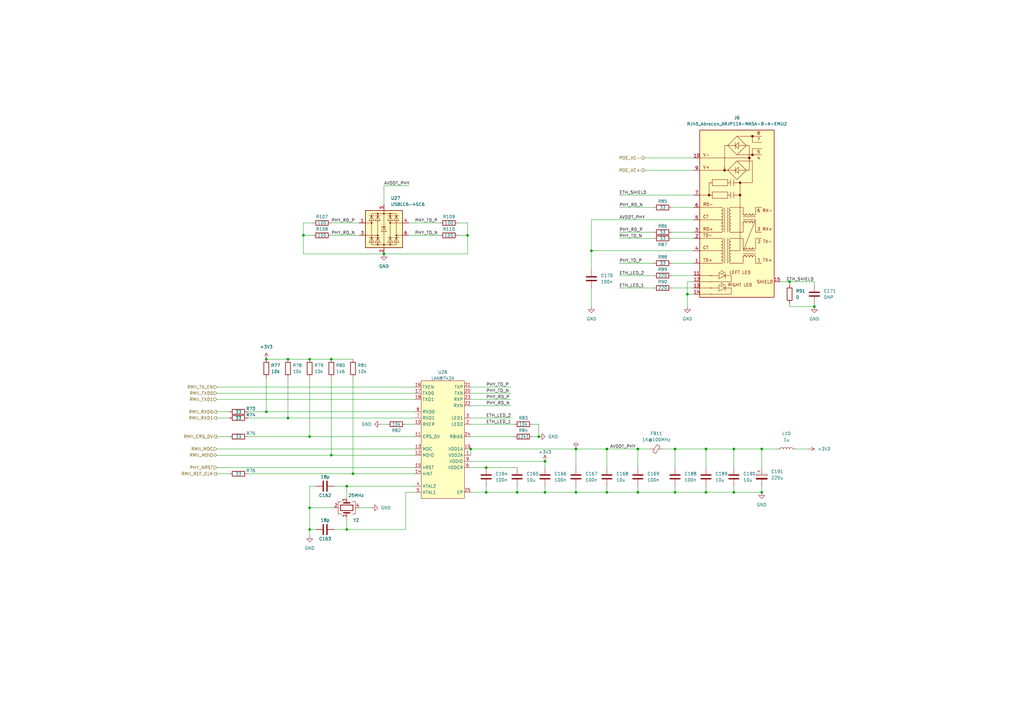
<source format=kicad_sch>
(kicad_sch (version 20211123) (generator eeschema)
  (paper "A3")
  (title_block (title "Kirdy") (date "2022-07-03") (rev "r0.1") (company "M-Labs") (comment 1 "Alex Wong Tat Hang"))
  (lib_symbols
    (symbol "Connector:RJ45_Abracon_ARJP11A-MASA-B-A-EMU2" (pin_names (offset 1.016) hide)
      (property "Reference" "J" (at 0 -38.1 0))
      (property "Value" "RJ45_Abracon_ARJP11A-MASA-B-A-EMU2" (at 0 -35.56 0))
      (symbol "RJ45_Abracon_ARJP11A-MASA-B-A-EMU2_0_0"
        (rectangle (start -15.24 -34.29) (end 15.24 34.29) (stroke (width 0.254)) (fill (type background)))
        (rectangle (start -3.81 8.89) (end -10.16 6.35))
        (polyline (pts (xy -15.24 -33.02) (xy -10.16 -33.02)))
        (polyline (pts (xy -15.24 -30.48) (xy -10.16 -30.48)))
        (polyline (pts (xy -15.24 -27.94) (xy -10.16 -27.94)))
        (polyline (pts (xy -15.24 -25.4) (xy -10.16 -25.4)))
        (polyline (pts (xy -15.24 -20.32) (xy -10.16 -20.32)))
        (polyline (pts (xy -15.24 -15.24) (xy -10.16 -15.24)))
        (polyline (pts (xy -15.24 -10.16) (xy -10.16 -10.16)))
        (polyline (pts (xy -15.24 -7.62) (xy -10.16 -7.62)))
        (polyline (pts (xy -15.24 -2.54) (xy -10.16 -2.54)))
        (polyline (pts (xy -15.24 2.54) (xy -10.16 2.54)))
        (polyline (pts (xy -15.24 22.86) (xy 5.08 22.86)))
        (polyline (pts (xy -11.43 7.62) (xy -15.24 7.62)))
        (polyline (pts (xy -11.176 -25.4) (xy -7.366 -25.4)))
        (polyline (pts (xy -10.16 7.62) (xy -11.43 7.62)))
        (polyline (pts (xy -5.08 17.78) (xy -15.24 17.78)))
        (polyline (pts (xy -5.08 17.78) (xy -3.81 17.78)))
        (polyline (pts (xy -5.08 19.05) (xy -5.08 17.78)))
        (polyline (pts (xy -3.81 7.62) (xy -2.54 7.62)))
        (polyline (pts (xy -3.81 12.7) (xy -2.54 12.7)))
        (polyline (pts (xy -2.54 8.89) (xy -2.54 6.35)))
        (polyline (pts (xy -1.27 8.89) (xy -1.27 6.35)))
        (polyline (pts (xy -1.27 13.97) (xy -1.27 11.43)))
        (polyline (pts (xy 0 21.59) (xy 6.35 21.59)))
        (polyline (pts (xy 0 24.13) (xy 10.16 24.13)))
        (polyline (pts (xy 0 31.75) (xy 10.16 31.75)))
        (polyline (pts (xy 1.27 10.16) (xy 1.27 12.7)))
        (polyline (pts (xy -10.16 12.7) (xy -11.43 12.7) (xy -11.43 7.62)))
        (polyline (pts (xy -3.81 27.94) (xy -5.08 27.94) (xy -5.08 17.78)))
        (polyline (pts (xy -1.27 12.7) (xy 0 12.7) (xy 1.27 12.7)))
        (polyline (pts (xy 1.27 12.7) (xy 6.35 12.7) (xy 6.35 21.59)))
        (polyline (pts (xy 6.35 24.13) (xy 6.35 26.67) (xy 10.16 26.67)))
        (polyline (pts (xy 6.35 31.75) (xy 6.35 29.21) (xy 10.16 29.21)))
        (polyline (pts (xy -4.826 -25.4) (xy -2.286 -25.4) (xy -2.286 -27.94) (xy -11.176 -27.94)))
        (polyline (pts (xy -2.54 -15.24) (xy -1.27 -15.24) (xy 1.27 -15.24) (xy 1.27 10.16)))
        (polyline (pts (xy 3.81 17.78) (xy 5.08 17.78) (xy 5.08 27.94) (xy 3.81 27.94)))
        (polyline (pts (xy -3.81 17.78) (xy 0 13.97) (xy 3.81 17.78) (xy 0 21.59) (xy -3.81 17.78)))
        (circle (center 1.27 7.62) (radius 0.0001) (stroke (width 0.508)))
        (text "1 TX+" (at 11.43 -19.05 0) (effects (font (size 1.27 1.27))))
        (text "2 TX-" (at 11.43 -11.43 0) (effects (font (size 1.27 1.27))))
        (text "3 RX+" (at 11.43 -6.35 0) (effects (font (size 1.27 1.27))))
        (text "4" (at 8.89 22.86 0) (effects (font (size 1.27 1.27))))
        (text "5" (at 8.89 25.4 0) (effects (font (size 1.27 1.27))))
        (text "6 RX-" (at 11.43 1.27 0) (effects (font (size 1.27 1.27))))
        (text "7" (at 8.89 30.48 0) (effects (font (size 1.27 1.27))))
        (text "8" (at 8.89 33.02 0) (effects (font (size 1.27 1.27))))
        (text "CT" (at -13.97 -1.27 0) (effects (font (size 1.27 1.27)) (justify left)))
        (text "LEFT LED" (at 1.27 -24.13 0) (effects (font (size 1.27 1.27))))
        (text "RD-" (at -13.97 3.81 0) (effects (font (size 1.27 1.27)) (justify left)))
        (text "SHIELD" (at 11.43 -27.94 0) (effects (font (size 1.27 1.27))))
        (text "V+" (at -13.97 19.05 0) (effects (font (size 1.27 1.27)) (justify left)))
        (text "V-" (at -13.97 24.13 0) (effects (font (size 1.27 1.27)) (justify left)))
      )
      (symbol "RJ45_Abracon_ARJP11A-MASA-B-A-EMU2_0_1"
        (arc (start -6.35 -16.51) (mid -5.715 -15.875) (end -6.35 -15.24))
        (arc (start -6.35 -15.24) (mid -5.715 -14.605) (end -6.35 -13.97))
        (arc (start -6.35 -13.97) (mid -6.35 -16.51) (end -6.35 -13.97))
        (arc (start -6.35 -11.43) (mid -5.715 -10.795) (end -6.35 -10.16))
        (polyline (pts (xy -6.35 -20.32) (xy -10.16 -20.32)))
        (polyline (pts (xy -6.35 -15.24) (xy -10.16 -15.24)))
        (polyline (pts (xy -6.35 -10.16) (xy -10.16 -10.16)))
        (polyline (pts (xy -6.35 -7.62) (xy -10.16 -7.62)))
        (polyline (pts (xy -6.35 -2.54) (xy -10.16 -2.54)))
        (polyline (pts (xy -6.35 2.54) (xy -10.16 2.54)))
        (polyline (pts (xy -6.096 -28.448) (xy -6.35 -28.448)))
        (polyline (pts (xy -5.334 -28.956) (xy -5.588 -28.956)))
        (polyline (pts (xy -4.826 -24.13) (xy -4.826 -26.67)))
        (polyline (pts (xy -1.27 7.62) (xy 1.27 7.62)))
        (polyline (pts (xy -0.635 17.78) (xy -3.81 17.78)))
        (polyline (pts (xy -0.635 19.05) (xy -0.635 16.51)))
        (polyline (pts (xy 0.635 17.78) (xy 3.81 17.78)))
        (polyline (pts (xy -6.604 -28.956) (xy -6.096 -28.448) (xy -6.096 -28.702)))
        (polyline (pts (xy -5.842 -29.464) (xy -5.334 -28.956) (xy -5.334 -29.21)))
        (polyline (pts (xy -7.366 -24.13) (xy -7.366 -26.67) (xy -4.826 -25.4) (xy -7.366 -24.13)))
        (polyline (pts (xy 0.635 19.05) (xy 0.635 16.51) (xy -0.635 17.78) (xy 0.635 19.05)))
      )
      (symbol "RJ45_Abracon_ARJP11A-MASA-B-A-EMU2_1_1"
        (circle (center -11.43 7.62) (radius 0.0001) (stroke (width 0.508)))
        (arc (start -6.35 -20.32) (mid -5.715 -19.685) (end -6.35 -19.05))
        (arc (start -6.35 -19.05) (mid -5.715 -18.415) (end -6.35 -17.78))
        (arc (start -6.35 -17.78) (mid -6.35 -20.32) (end -6.35 -17.78))
        (arc (start -6.35 -17.78) (mid -5.715 -17.145) (end -6.35 -16.51))
        (arc (start -6.35 -13.97) (mid -5.715 -13.335) (end -6.35 -12.7))
        (arc (start -6.35 -12.7) (mid -5.715 -12.065) (end -6.35 -11.43))
        (arc (start -6.35 -7.62) (mid -5.715 -6.985) (end -6.35 -6.35))
        (arc (start -6.35 -6.35) (mid -5.715 -5.715) (end -6.35 -5.08))
        (arc (start -6.35 -5.08) (mid -6.35 -7.62) (end -6.35 -5.08))
        (arc (start -6.35 -5.08) (mid -5.715 -4.445) (end -6.35 -3.81))
        (arc (start -6.35 -3.81) (mid -6.35 -6.35) (end -6.35 -3.81))
        (arc (start -6.35 -3.81) (mid -5.715 -3.175) (end -6.35 -2.54))
        (arc (start -6.35 -2.54) (mid -5.715 -1.905) (end -6.35 -1.27))
        (arc (start -6.35 -1.27) (mid -5.715 -0.635) (end -6.35 0))
        (arc (start -6.35 0) (mid -5.715 0.635) (end -6.35 1.27))
        (arc (start -6.35 1.27) (mid -6.35 -1.27) (end -6.35 1.27))
        (arc (start -6.35 1.27) (mid -5.715 1.905) (end -6.35 2.54))
        (circle (center -5.08 17.78) (radius 0.0001) (stroke (width 0.508)))
        (rectangle (start -3.81 13.97) (end -10.16 11.43))
        (arc (start -2.54 -19.05) (mid -3.175 -19.685) (end -2.54 -20.32))
        (arc (start -2.54 -19.05) (mid -2.54 -16.51) (end -2.54 -19.05))
        (arc (start -2.54 -17.78) (mid -3.175 -18.415) (end -2.54 -19.05))
        (arc (start -2.54 -16.51) (mid -3.175 -17.145) (end -2.54 -17.78))
        (arc (start -2.54 -15.24) (mid -3.175 -15.875) (end -2.54 -16.51))
        (arc (start -2.54 -15.24) (mid -2.54 -12.7) (end -2.54 -15.24))
        (arc (start -2.54 -13.97) (mid -3.175 -14.605) (end -2.54 -15.24))
        (arc (start -2.54 -12.7) (mid -3.175 -13.335) (end -2.54 -13.97))
        (arc (start -2.54 -11.43) (mid -3.175 -12.065) (end -2.54 -12.7))
        (arc (start -2.54 -10.16) (mid -3.175 -10.795) (end -2.54 -11.43))
        (arc (start -2.54 -6.35) (mid -3.175 -6.985) (end -2.54 -7.62))
        (arc (start -2.54 -6.35) (mid -2.54 -3.81) (end -2.54 -6.35))
        (arc (start -2.54 -5.08) (mid -3.175 -5.715) (end -2.54 -6.35))
        (arc (start -2.54 -3.81) (mid -3.175 -4.445) (end -2.54 -5.08))
        (arc (start -2.54 -3.81) (mid -2.54 -1.27) (end -2.54 -3.81))
        (arc (start -2.54 -2.54) (mid -3.175 -3.175) (end -2.54 -3.81))
        (arc (start -2.54 -1.27) (mid -3.175 -1.905) (end -2.54 -2.54))
        (arc (start -2.54 0) (mid -3.175 -0.635) (end -2.54 -1.27))
        (arc (start -2.54 0) (mid -2.54 2.54) (end -2.54 0))
        (arc (start -2.54 1.27) (mid -3.175 0.635) (end -2.54 0))
        (arc (start -2.54 2.54) (mid -3.175 1.905) (end -2.54 1.27))
        (polyline (pts (xy -11.176 -30.48) (xy -7.366 -30.48)))
        (polyline (pts (xy -6.096 -23.368) (xy -6.35 -23.368)))
        (polyline (pts (xy -5.334 -23.876) (xy -5.588 -23.876)))
        (polyline (pts (xy -5.08 -10.16) (xy -5.08 -20.32)))
        (polyline (pts (xy -5.08 2.54) (xy -5.08 -7.62)))
        (polyline (pts (xy -4.826 -29.21) (xy -4.826 -31.75)))
        (polyline (pts (xy -3.81 -20.32) (xy -3.81 -10.16)))
        (polyline (pts (xy -3.81 -7.62) (xy -3.81 2.54)))
        (polyline (pts (xy -2.54 13.97) (xy -2.54 11.43)))
        (polyline (pts (xy -0.635 27.94) (xy -3.81 27.94)))
        (polyline (pts (xy -0.635 29.21) (xy -0.635 26.67)))
        (polyline (pts (xy 0.635 27.94) (xy 3.81 27.94)))
        (polyline (pts (xy 2.54 -16.51) (xy 7.62 -16.51)))
        (polyline (pts (xy 2.54 -15.24) (xy 7.62 -2.54)))
        (polyline (pts (xy 2.54 -2.54) (xy 7.62 -2.54)))
        (polyline (pts (xy 7.62 -15.24) (xy 2.54 -15.24)))
        (polyline (pts (xy 7.62 -1.27) (xy 2.54 -1.27)))
        (polyline (pts (xy -6.604 -23.876) (xy -6.096 -23.368) (xy -6.096 -23.622)))
        (polyline (pts (xy -5.842 -24.384) (xy -5.334 -23.876) (xy -5.334 -24.13)))
        (polyline (pts (xy -2.54 -10.16) (xy 2.54 -10.16) (xy 2.54 -13.97)))
        (polyline (pts (xy -2.54 -7.62) (xy 2.54 -7.62) (xy 2.54 -3.81)))
        (polyline (pts (xy -2.54 2.54) (xy 2.54 2.54) (xy 2.54 0)))
        (polyline (pts (xy 2.54 -17.78) (xy 2.54 -20.32) (xy -2.54 -20.32)))
        (polyline (pts (xy 7.62 -17.78) (xy 7.62 -20.32) (xy 10.16 -20.32)))
        (polyline (pts (xy 7.62 -13.97) (xy 7.62 -10.16) (xy 10.16 -10.16)))
        (polyline (pts (xy 7.62 -3.81) (xy 7.62 -7.62) (xy 10.16 -7.62)))
        (polyline (pts (xy 7.62 0) (xy 7.62 2.54) (xy 10.16 2.54)))
        (polyline (pts (xy -7.366 -29.21) (xy -7.366 -31.75) (xy -4.826 -30.48) (xy -7.366 -29.21)))
        (polyline (pts (xy -4.826 -30.48) (xy -2.286 -30.48) (xy -2.286 -33.02) (xy -11.176 -33.02)))
        (polyline (pts (xy 0.635 29.21) (xy 0.635 26.67) (xy -0.635 27.94) (xy 0.635 29.21)))
        (polyline (pts (xy -3.81 27.94) (xy 0 24.13) (xy 3.81 27.94) (xy 0 31.75) (xy -3.81 27.94)))
        (circle (center 1.27 12.7) (radius 0.0001) (stroke (width 0.508)))
        (arc (start 2.54 -17.78) (mid 5.08 -17.78) (end 2.54 -17.78))
        (arc (start 2.54 -13.97) (mid 3.175 -14.605) (end 3.81 -13.97))
        (arc (start 2.54 -13.97) (mid 3.175 -14.605) (end 3.81 -13.97))
        (arc (start 2.54 -3.81) (mid 5.08 -3.81) (end 2.54 -3.81))
        (arc (start 2.54 0) (mid 3.175 -0.635) (end 3.81 0))
        (arc (start 2.54 0) (mid 3.175 -0.635) (end 3.81 0))
        (arc (start 3.81 -17.78) (mid 3.175 -17.145) (end 2.54 -17.78))
        (arc (start 3.81 -17.78) (mid 3.175 -17.145) (end 2.54 -17.78))
        (arc (start 3.81 -13.97) (mid 1.27 -13.97) (end 3.81 -13.97))
        (arc (start 3.81 -13.97) (mid 4.445 -14.605) (end 5.08 -13.97))
        (arc (start 3.81 -3.81) (mid 3.175 -3.175) (end 2.54 -3.81))
        (arc (start 3.81 -3.81) (mid 3.175 -3.175) (end 2.54 -3.81))
        (arc (start 3.81 0) (mid 1.27 0) (end 3.81 0))
        (arc (start 3.81 0) (mid 4.445 -0.635) (end 5.08 0))
        (arc (start 5.08 -17.78) (mid 4.445 -17.145) (end 3.81 -17.78))
        (arc (start 5.08 -17.78) (mid 7.62 -17.78) (end 5.08 -17.78))
        (arc (start 5.08 -13.97) (mid 5.715 -14.605) (end 6.35 -13.97))
        (arc (start 5.08 -13.97) (mid 5.715 -14.605) (end 6.35 -13.97))
        (arc (start 5.08 -3.81) (mid 4.445 -3.175) (end 3.81 -3.81))
        (arc (start 5.08 -3.81) (mid 7.62 -3.81) (end 5.08 -3.81))
        (arc (start 5.08 0) (mid 5.715 -0.635) (end 6.35 0))
        (arc (start 5.08 0) (mid 5.715 -0.635) (end 6.35 0))
        (circle (center 5.08 22.86) (radius 0.0001) (stroke (width 0.508)))
        (circle (center 5.08 22.86) (radius 0.0001) (stroke (width 0.508)))
        (arc (start 6.35 -17.78) (mid 5.715 -17.145) (end 5.08 -17.78))
        (arc (start 6.35 -17.78) (mid 5.715 -17.145) (end 5.08 -17.78))
        (arc (start 6.35 -13.97) (mid 3.81 -13.97) (end 6.35 -13.97))
        (arc (start 6.35 -13.97) (mid 6.985 -14.605) (end 7.62 -13.97))
        (arc (start 6.35 -3.81) (mid 5.715 -3.175) (end 5.08 -3.81))
        (arc (start 6.35 -3.81) (mid 5.715 -3.175) (end 5.08 -3.81))
        (arc (start 6.35 0) (mid 3.81 0) (end 6.35 0))
        (arc (start 6.35 0) (mid 6.985 -0.635) (end 7.62 0))
        (circle (center 6.35 24.13) (radius 0.0001) (stroke (width 0.508)))
        (circle (center 6.35 31.75) (radius 0.0001) (stroke (width 0.508)))
        (arc (start 7.62 -17.78) (mid 6.985 -17.145) (end 6.35 -17.78))
        (arc (start 7.62 -3.81) (mid 6.985 -3.175) (end 6.35 -3.81))
        (text "CT" (at -13.97 -13.97 0) (effects (font (size 1.27 1.27)) (justify left)))
        (text "RD+" (at -13.97 -6.35 0) (effects (font (size 1.27 1.27)) (justify left)))
        (text "RIGHT LED" (at 1.27 -29.21 0) (effects (font (size 1.27 1.27))))
        (text "TD+" (at -13.97 -19.05 0) (effects (font (size 1.27 1.27)) (justify left)))
        (text "TD-" (at -13.97 -8.89 0) (effects (font (size 1.27 1.27)) (justify left)))
        (pin passive line (at -17.78 -20.32 0) (length 2.54) (name "TD+") (number "1"))
        (pin power_out line (at -17.78 22.86 0) (length 2.54) (name "V-") (number "10"))
        (pin passive line (at -17.78 -25.4 0) (length 2.54) (name "LLED+") (number "11"))
        (pin passive line (at -17.78 -27.94 0) (length 2.54) (name "LLED-") (number "12"))
        (pin passive line (at -17.78 -30.48 0) (length 2.54) (name "RLED+") (number "13"))
        (pin passive line (at -17.78 -33.02 0) (length 2.54) (name "RLED-") (number "14"))
        (pin passive line (at 17.78 -27.94 180) (length 2.54) (name "SHIELD") (number "15"))
        (pin passive line (at -17.78 -10.16 0) (length 2.54) (name "TD-") (number "2"))
        (pin passive line (at -17.78 -7.62 0) (length 2.54) (name "RD+") (number "3"))
        (pin passive line (at -17.78 -15.24 0) (length 2.54) (name "CT") (number "4"))
        (pin passive line (at -17.78 -2.54 0) (length 2.54) (name "CT") (number "5"))
        (pin passive line (at -17.78 2.54 0) (length 2.54) (name "RD-") (number "6"))
        (pin passive line (at -17.78 7.62 0) (length 2.54) (name "7") (number "7"))
        (pin power_out line (at -17.78 17.78 0) (length 2.54) (name "V+") (number "9"))
      )
    )
    (symbol "Device:C" (pin_numbers hide) (pin_names (offset 0.254))
      (property "Reference" "C" (at 0.635 2.54 0))
      (property "Value" "C" (at 0.635 -2.54 0))
      (symbol "C_0_1"
        (polyline (pts (xy -2.032 -0.762) (xy 2.032 -0.762)) (stroke (width 0.508)))
        (polyline (pts (xy -2.032 0.762) (xy 2.032 0.762)) (stroke (width 0.508)))
      )
      (symbol "C_1_1"
        (pin passive line (at 0 3.81 270) (length 2.794) (name "~") (number "1"))
        (pin passive line (at 0 -3.81 90) (length 2.794) (name "~") (number "2"))
      )
    )
    (symbol "Device:C_Polarized" (pin_numbers hide) (pin_names (offset 0.254))
      (property "Reference" "C" (at 0.635 2.54 0))
      (property "Value" "C_Polarized" (at 0.635 -2.54 0))
      (symbol "C_Polarized_0_1"
        (rectangle (start -2.286 0.508) (end 2.286 1.016))
        (polyline (pts (xy -1.778 2.286) (xy -0.762 2.286)))
        (polyline (pts (xy -1.27 2.794) (xy -1.27 1.778)))
        (rectangle (start 2.286 -0.508) (end -2.286 -1.016) (fill (type outline)))
      )
      (symbol "C_Polarized_1_1"
        (pin passive line (at 0 3.81 270) (length 2.794) (name "~") (number "1"))
        (pin passive line (at 0 -3.81 90) (length 2.794) (name "~") (number "2"))
      )
    )
    (symbol "Device:Crystal_GND24" (pin_names (offset 1.016) hide)
      (property "Reference" "Y" (at 3.175 5.08 0))
      (property "Value" "Crystal_GND24" (at 3.175 3.175 0))
      (symbol "Crystal_GND24_0_1"
        (rectangle (start -1.143 2.54) (end 1.143 -2.54) (stroke (width 0.3048)))
        (polyline (pts (xy -2.54 0) (xy -2.032 0)))
        (polyline (pts (xy -2.032 -1.27) (xy -2.032 1.27)) (stroke (width 0.508)))
        (polyline (pts (xy 0 -3.81) (xy 0 -3.556)))
        (polyline (pts (xy 0 3.556) (xy 0 3.81)))
        (polyline (pts (xy 2.032 -1.27) (xy 2.032 1.27)) (stroke (width 0.508)))
        (polyline (pts (xy 2.032 0) (xy 2.54 0)))
        (polyline (pts (xy -2.54 -2.286) (xy -2.54 -3.556) (xy 2.54 -3.556) (xy 2.54 -2.286)))
        (polyline (pts (xy -2.54 2.286) (xy -2.54 3.556) (xy 2.54 3.556) (xy 2.54 2.286)))
      )
      (symbol "Crystal_GND24_1_1"
        (pin passive line (at -3.81 0 0) (length 1.27) (name "1") (number "1"))
        (pin passive line (at 0 5.08 270) (length 1.27) (name "2") (number "2"))
        (pin passive line (at 3.81 0 180) (length 1.27) (name "3") (number "3"))
        (pin passive line (at 0 -5.08 90) (length 1.27) (name "4") (number "4"))
      )
    )
    (symbol "Device:FerriteBead_Small" (pin_numbers hide) (pin_names (offset 0))
      (property "Reference" "FB" (at 1.905 1.27 0))
      (property "Value" "FerriteBead_Small" (at 1.905 -1.27 0))
      (symbol "FerriteBead_Small_0_1"
        (polyline (pts (xy 0 -1.27) (xy 0 -0.7874)))
        (polyline (pts (xy 0 0.889) (xy 0 1.2954)))
        (polyline (pts (xy -1.8288 0.2794) (xy -1.1176 1.4986) (xy 1.8288 -0.2032) (xy 1.1176 -1.4224) (xy -1.8288 0.2794)))
      )
      (symbol "FerriteBead_Small_1_1"
        (pin passive line (at 0 2.54 270) (length 1.27) (name "~") (number "1"))
        (pin passive line (at 0 -2.54 90) (length 1.27) (name "~") (number "2"))
      )
    )
    (symbol "Device:L" (pin_numbers hide) (pin_names (offset 1.016) hide)
      (property "Reference" "L" (at -1.27 0 90))
      (property "Value" "L" (at 1.905 0 90))
      (symbol "L_0_1"
        (arc (start 0 -2.54) (mid 0.635 -1.905) (end 0 -1.27))
        (arc (start 0 -1.27) (mid 0.635 -0.635) (end 0 0))
        (arc (start 0 0) (mid 0.635 0.635) (end 0 1.27))
        (arc (start 0 1.27) (mid 0.635 1.905) (end 0 2.54))
      )
      (symbol "L_1_1"
        (pin passive line (at 0 3.81 270) (length 1.27) (name "1") (number "1"))
        (pin passive line (at 0 -3.81 90) (length 1.27) (name "2") (number "2"))
      )
    )
    (symbol "Device:R" (pin_numbers hide) (pin_names (offset 0))
      (property "Reference" "R" (at 2.032 0 90))
      (property "Value" "R" (at 0 0 90))
      (symbol "R_0_1"
        (rectangle (start -1.016 -2.54) (end 1.016 2.54) (stroke (width 0.254)))
      )
      (symbol "R_1_1"
        (pin passive line (at 0 3.81 270) (length 1.27) (name "~") (number "1"))
        (pin passive line (at 0 -3.81 90) (length 1.27) (name "~") (number "2"))
      )
    )
    (symbol "Power_Protection:USBLC6-4SC6" (pin_names hide)
      (property "Reference" "U" (at 2.54 8.89 0))
      (property "Value" "USBLC6-4SC6" (at 2.54 -8.89 0))
      (symbol "USBLC6-4SC6_0_1"
        (rectangle (start -7.62 -7.62) (end 7.62 7.62) (stroke (width 0.254)) (fill (type background)))
        (circle (center -5.08 2.54) (radius 0.254) (fill (type outline)))
        (circle (center -2.54 -6.35) (radius 0.254) (fill (type outline)))
        (circle (center -2.54 -2.54) (radius 0.254) (fill (type outline)))
        (circle (center -2.54 6.35) (radius 0.254) (fill (type outline)))
        (rectangle (start -2.54 6.35) (end 2.54 -6.35))
        (circle (center 0 -6.35) (radius 0.254) (fill (type outline)))
        (polyline (pts (xy -5.08 2.54) (xy -7.62 2.54)))
        (polyline (pts (xy -4.064 -3.429) (xy -6.096 -3.429)))
        (polyline (pts (xy -4.064 5.461) (xy -6.096 5.461)))
        (polyline (pts (xy -2.54 -2.54) (xy -7.62 -2.54)))
        (polyline (pts (xy -1.524 -3.429) (xy -3.556 -3.429)))
        (polyline (pts (xy -1.524 5.461) (xy -3.556 5.461)))
        (polyline (pts (xy 0 -7.62) (xy 0 -6.35)))
        (polyline (pts (xy 0 -6.35) (xy 0 1.27)))
        (polyline (pts (xy 0 1.27) (xy 0 6.35)))
        (polyline (pts (xy 0 6.35) (xy 0 7.62)))
        (polyline (pts (xy 1.524 -3.429) (xy 3.556 -3.429)))
        (polyline (pts (xy 1.524 5.461) (xy 3.556 5.461)))
        (polyline (pts (xy 2.54 2.54) (xy 7.62 2.54)))
        (polyline (pts (xy 4.064 -3.429) (xy 6.096 -3.429)))
        (polyline (pts (xy 4.064 5.461) (xy 6.096 5.461)))
        (polyline (pts (xy 5.08 -2.54) (xy 7.62 -2.54)))
        (polyline (pts (xy -6.096 -5.461) (xy -4.064 -5.461) (xy -5.08 -3.429) (xy -6.096 -5.461)))
        (polyline (pts (xy -6.096 3.429) (xy -4.064 3.429) (xy -5.08 5.461) (xy -6.096 3.429)))
        (polyline (pts (xy -3.556 -5.461) (xy -1.524 -5.461) (xy -2.54 -3.429) (xy -3.556 -5.461)))
        (polyline (pts (xy -3.556 3.429) (xy -1.524 3.429) (xy -2.54 5.461) (xy -3.556 3.429)))
        (polyline (pts (xy -2.54 6.35) (xy -5.08 6.35) (xy -5.08 -6.35) (xy -2.54 -6.35)))
        (polyline (pts (xy -1.016 -1.016) (xy 1.016 -1.016) (xy 0 1.016) (xy -1.016 -1.016)))
        (polyline (pts (xy 1.016 1.016) (xy 0.762 1.016) (xy -1.016 1.016) (xy -1.016 0.508)))
        (polyline (pts (xy 2.54 6.35) (xy 5.08 6.35) (xy 5.08 -6.35) (xy 2.54 -6.35)))
        (polyline (pts (xy 3.556 -5.461) (xy 1.524 -5.461) (xy 2.54 -3.429) (xy 3.556 -5.461)))
        (polyline (pts (xy 3.556 3.429) (xy 1.524 3.429) (xy 2.54 5.461) (xy 3.556 3.429)))
        (polyline (pts (xy 6.096 -5.461) (xy 4.064 -5.461) (xy 5.08 -3.429) (xy 6.096 -5.461)))
        (polyline (pts (xy 6.096 3.429) (xy 4.064 3.429) (xy 5.08 5.461) (xy 6.096 3.429)))
        (circle (center 0 6.35) (radius 0.254) (fill (type outline)))
        (circle (center 2.54 -6.35) (radius 0.254) (fill (type outline)))
        (circle (center 2.54 2.54) (radius 0.254) (fill (type outline)))
        (circle (center 2.54 6.35) (radius 0.254) (fill (type outline)))
        (circle (center 5.08 -2.54) (radius 0.254) (fill (type outline)))
      )
      (symbol "USBLC6-4SC6_1_1"
        (pin passive line (at -10.16 2.54 0) (length 2.54) (name "I/O1") (number "1"))
        (pin passive line (at 0 -10.16 90) (length 2.54) (name "GND") (number "2"))
        (pin passive line (at -10.16 -2.54 0) (length 2.54) (name "I/O2") (number "3"))
        (pin passive line (at 10.16 2.54 180) (length 2.54) (name "I/O3") (number "4"))
        (pin passive line (at 0 10.16 270) (length 2.54) (name "VBUS") (number "5"))
        (pin passive line (at 10.16 -2.54 180) (length 2.54) (name "I/O4") (number "6"))
      )
    )
    (symbol "kirdy:LAN8742A"
      (property "Reference" "U" (at 0 -30.48 0))
      (property "Value" "LAN8742A" (at 0 -27.94 0))
      (symbol "LAN8742A_0_0"
        (pin power_in line (at 10.16 -7.62 180) (length 2.54) (name "VDD2A") (number "1"))
        (pin bidirectional line (at -12.7 5.08 0) (length 2.54) (name "RXER") (number "10"))
        (pin output line (at -12.7 0 0) (length 2.54) (name "CRS_DV") (number "11"))
        (pin bidirectional line (at -12.7 -7.62 0) (length 2.54) (name "MDIO") (number "12"))
        (pin input line (at -12.7 -5.08 0) (length 2.54) (name "MDC") (number "13"))
        (pin output line (at -12.7 -15.24 0) (length 2.54) (name "nINT") (number "14"))
        (pin input line (at -12.7 -12.7 0) (length 2.54) (name "nRST") (number "15"))
        (pin input line (at -12.7 20.32 0) (length 2.54) (name "TXEN") (number "16"))
        (pin input line (at -12.7 17.78 0) (length 2.54) (name "TXD0") (number "17"))
        (pin input line (at -12.7 15.24 0) (length 2.54) (name "TXD1") (number "18"))
        (pin power_in line (at 10.16 -5.08 180) (length 2.54) (name "VDD1A") (number "19"))
        (pin output line (at 10.16 5.08 180) (length 2.54) (name "LED2") (number "2"))
        (pin bidirectional line (at 10.16 17.78 180) (length 2.54) (name "TXN") (number "20"))
        (pin bidirectional line (at 10.16 20.32 180) (length 2.54) (name "TXP") (number "21"))
        (pin bidirectional line (at 10.16 12.7 180) (length 2.54) (name "RXN") (number "22"))
        (pin bidirectional line (at 10.16 15.24 180) (length 2.54) (name "RXP") (number "23"))
        (pin passive line (at 10.16 0 180) (length 2.54) (name "RBIAS") (number "24"))
        (pin power_in line (at 10.16 -22.86 180) (length 2.54) (name "EP") (number "25"))
        (pin output line (at 10.16 7.62 180) (length 2.54) (name "LED1") (number "3"))
        (pin input line (at -12.7 -20.32 0) (length 2.54) (name "XTAL2") (number "4"))
        (pin input line (at -12.7 -22.86 0) (length 2.54) (name "XTAL1") (number "5"))
        (pin passive line (at 10.16 -12.7 180) (length 2.54) (name "VDDCR") (number "6"))
        (pin output line (at -12.7 7.62 0) (length 2.54) (name "RXD1") (number "7"))
        (pin output line (at -12.7 10.16 0) (length 2.54) (name "RXD0") (number "8"))
        (pin power_in line (at 10.16 -10.16 180) (length 2.54) (name "VDDIO") (number "9"))
      )
      (symbol "LAN8742A_0_1"
        (rectangle (start -10.16 22.86) (end 7.62 -25.4) (fill (type background)))
      )
    )
    (symbol "power:+3V3" (power) (pin_names (offset 0))
      (property "Value" "+3V3" (at 0 3.556 0))
      (symbol "+3V3_0_1"
        (polyline (pts (xy -0.762 1.27) (xy 0 2.54)))
        (polyline (pts (xy 0 0) (xy 0 2.54)))
        (polyline (pts (xy 0 2.54) (xy 0.762 1.27)))
      )
      (symbol "+3V3_1_1"
        (pin power_in line (at 0 0 90) (length 0) hide (name "+3V3") (number "1"))
      )
    )
    (symbol "power:GND" (power) (pin_names (offset 0))
      (property "Value" "GND" (at 0 -3.81 0))
      (symbol "GND_0_1"
        (polyline (pts (xy 0 0) (xy 0 -1.27) (xy 1.27 -1.27) (xy 0 -2.54) (xy -1.27 -1.27) (xy 0 -1.27)))
      )
      (symbol "GND_1_1"
        (pin power_in line (at 0 0 270) (length 0) hide (name "GND") (number "1"))
      )
    )
    (symbol "power:PWR_FLAG" (power) (pin_numbers hide) (pin_names (offset 0) hide)
      (property "Value" "PWR_FLAG" (at 0 3.81 0))
      (symbol "PWR_FLAG_0_0"
        (pin power_out line (at 0 0 90) (length 0) (name "pwr") (number "1"))
      )
      (symbol "PWR_FLAG_0_1"
        (polyline (pts (xy 0 0) (xy 0 1.27) (xy -1.016 1.905) (xy 0 2.54) (xy 1.016 1.905) (xy 0 1.27)))
      )
    )
  )
  (junction (at 312.42 184.15))
  (junction (at 223.52 201.93))
  (junction (at 127 217.17))
  (junction (at 334.01 125.73))
  (junction (at 109.22 168.91))
  (junction (at 281.94 120.65))
  (junction (at 300.99 201.93))
  (junction (at 191.77 96.52))
  (junction (at 135.89 147.32))
  (junction (at 300.99 184.15))
  (junction (at 124.46 96.52))
  (junction (at 236.22 184.15))
  (junction (at 135.89 186.69))
  (junction (at 212.09 201.93))
  (junction (at 248.92 184.15))
  (junction (at 127 147.32))
  (junction (at 109.22 147.32))
  (junction (at 289.56 184.15))
  (junction (at 118.11 171.45))
  (junction (at 144.78 194.31))
  (junction (at 242.57 102.87))
  (junction (at 323.85 115.57))
  (junction (at 312.42 201.93))
  (junction (at 220.98 179.07))
  (junction (at 236.22 201.93))
  (junction (at 276.86 201.93))
  (junction (at 199.39 201.93))
  (junction (at 127 208.28))
  (junction (at 157.48 104.14))
  (junction (at 261.62 201.93))
  (junction (at 142.24 217.17))
  (junction (at 199.39 191.77))
  (junction (at 276.86 184.15))
  (junction (at 127 179.07))
  (junction (at 261.62 184.15))
  (junction (at 248.92 201.93))
  (junction (at 223.52 189.23))
  (junction (at 118.11 147.32))
  (junction (at 142.24 199.39))
  (junction (at 193.04 184.15))
  (junction (at 289.56 201.93))
  (wire (pts (xy 127 147.32) (xy 135.89 147.32)))
  (wire (pts (xy 289.56 184.15) (xy 300.99 184.15)))
  (wire (pts (xy 276.86 184.15) (xy 289.56 184.15)))
  (wire (pts (xy 88.9 186.69) (xy 135.89 186.69)))
  (wire (pts (xy 212.09 199.39) (xy 212.09 201.93)))
  (wire (pts (xy 254 95.25) (xy 267.97 95.25)))
  (wire (pts (xy 275.59 95.25) (xy 284.48 95.25)))
  (wire (pts (xy 323.85 115.57) (xy 323.85 116.84)))
  (wire (pts (xy 191.77 91.44) (xy 187.96 91.44)))
  (wire (pts (xy 236.22 199.39) (xy 236.22 201.93)))
  (wire (pts (xy 193.04 179.07) (xy 210.82 179.07)))
  (wire (pts (xy 220.98 173.99) (xy 220.98 179.07)))
  (wire (pts (xy 193.04 166.37) (xy 209.55 166.37)))
  (wire (pts (xy 88.9 168.91) (xy 93.98 168.91)))
  (wire (pts (xy 191.77 96.52) (xy 187.96 96.52)))
  (wire (pts (xy 236.22 201.93) (xy 248.92 201.93)))
  (wire (pts (xy 320.04 115.57) (xy 323.85 115.57)))
  (wire (pts (xy 109.22 154.94) (xy 109.22 168.91)))
  (wire (pts (xy 88.9 171.45) (xy 93.98 171.45)))
  (wire (pts (xy 135.89 96.52) (xy 147.32 96.52)))
  (wire (pts (xy 242.57 102.87) (xy 284.48 102.87)))
  (wire (pts (xy 127 154.94) (xy 127 179.07)))
  (wire (pts (xy 300.99 199.39) (xy 300.99 201.93)))
  (wire (pts (xy 281.94 115.57) (xy 281.94 120.65)))
  (wire (pts (xy 326.39 184.15) (xy 331.47 184.15)))
  (wire (pts (xy 289.56 201.93) (xy 276.86 201.93)))
  (wire (pts (xy 254 118.11) (xy 267.97 118.11)))
  (wire (pts (xy 127 208.28) (xy 137.16 208.28)))
  (wire (pts (xy 166.37 201.93) (xy 170.18 201.93)))
  (wire (pts (xy 242.57 125.73) (xy 242.57 118.11)))
  (wire (pts (xy 137.16 217.17) (xy 142.24 217.17)))
  (wire (pts (xy 312.42 199.39) (xy 312.42 201.93)))
  (wire (pts (xy 127 208.28) (xy 127 199.39)))
  (wire (pts (xy 323.85 125.73) (xy 334.01 125.73)))
  (wire (pts (xy 312.42 184.15) (xy 312.42 191.77)))
  (wire (pts (xy 135.89 91.44) (xy 147.32 91.44)))
  (wire (pts (xy 199.39 191.77) (xy 212.09 191.77)))
  (wire (pts (xy 142.24 199.39) (xy 170.18 199.39)))
  (wire (pts (xy 275.59 113.03) (xy 284.48 113.03)))
  (wire (pts (xy 144.78 194.31) (xy 170.18 194.31)))
  (wire (pts (xy 193.04 184.15) (xy 193.04 186.69)))
  (wire (pts (xy 147.32 208.28) (xy 152.4 208.28)))
  (wire (pts (xy 261.62 184.15) (xy 261.62 191.77)))
  (wire (pts (xy 264.16 69.85) (xy 284.48 69.85)))
  (wire (pts (xy 199.39 201.93) (xy 212.09 201.93)))
  (wire (pts (xy 289.56 199.39) (xy 289.56 201.93)))
  (wire (pts (xy 223.52 201.93) (xy 236.22 201.93)))
  (wire (pts (xy 118.11 171.45) (xy 170.18 171.45)))
  (wire (pts (xy 248.92 199.39) (xy 248.92 201.93)))
  (wire (pts (xy 88.9 194.31) (xy 93.98 194.31)))
  (wire (pts (xy 101.6 179.07) (xy 127 179.07)))
  (wire (pts (xy 218.44 179.07) (xy 220.98 179.07)))
  (wire (pts (xy 127 219.71) (xy 127 217.17)))
  (wire (pts (xy 261.62 201.93) (xy 261.62 199.39)))
  (wire (pts (xy 254 113.03) (xy 267.97 113.03)))
  (wire (pts (xy 193.04 158.75) (xy 209.55 158.75)))
  (wire (pts (xy 261.62 184.15) (xy 266.7 184.15)))
  (wire (pts (xy 88.9 184.15) (xy 170.18 184.15)))
  (wire (pts (xy 223.52 199.39) (xy 223.52 201.93)))
  (wire (pts (xy 124.46 104.14) (xy 157.48 104.14)))
  (wire (pts (xy 248.92 184.15) (xy 261.62 184.15)))
  (wire (pts (xy 193.04 184.15) (xy 236.22 184.15)))
  (wire (pts (xy 242.57 102.87) (xy 242.57 110.49)))
  (wire (pts (xy 144.78 154.94) (xy 144.78 194.31)))
  (wire (pts (xy 88.9 179.07) (xy 93.98 179.07)))
  (wire (pts (xy 191.77 104.14) (xy 157.48 104.14)))
  (wire (pts (xy 193.04 191.77) (xy 199.39 191.77)))
  (wire (pts (xy 88.9 191.77) (xy 170.18 191.77)))
  (wire (pts (xy 157.48 76.2) (xy 167.64 76.2)))
  (wire (pts (xy 276.86 184.15) (xy 276.86 191.77)))
  (wire (pts (xy 284.48 90.17) (xy 242.57 90.17)))
  (wire (pts (xy 88.9 158.75) (xy 170.18 158.75)))
  (wire (pts (xy 193.04 201.93) (xy 199.39 201.93)))
  (wire (pts (xy 166.37 173.99) (xy 170.18 173.99)))
  (wire (pts (xy 193.04 173.99) (xy 210.82 173.99)))
  (wire (pts (xy 127 217.17) (xy 129.54 217.17)))
  (wire (pts (xy 218.44 173.99) (xy 220.98 173.99)))
  (wire (pts (xy 289.56 184.15) (xy 289.56 191.77)))
  (wire (pts (xy 167.64 91.44) (xy 180.34 91.44)))
  (wire (pts (xy 275.59 85.09) (xy 284.48 85.09)))
  (wire (pts (xy 312.42 201.93) (xy 300.99 201.93)))
  (wire (pts (xy 118.11 147.32) (xy 127 147.32)))
  (wire (pts (xy 167.64 96.52) (xy 180.34 96.52)))
  (wire (pts (xy 127 199.39) (xy 129.54 199.39)))
  (wire (pts (xy 254 80.01) (xy 284.48 80.01)))
  (wire (pts (xy 281.94 125.73) (xy 281.94 120.65)))
  (wire (pts (xy 124.46 91.44) (xy 124.46 96.52)))
  (wire (pts (xy 109.22 168.91) (xy 170.18 168.91)))
  (wire (pts (xy 142.24 217.17) (xy 166.37 217.17)))
  (wire (pts (xy 191.77 91.44) (xy 191.77 96.52)))
  (wire (pts (xy 118.11 154.94) (xy 118.11 171.45)))
  (wire (pts (xy 300.99 201.93) (xy 289.56 201.93)))
  (wire (pts (xy 124.46 96.52) (xy 124.46 104.14)))
  (wire (pts (xy 254 85.09) (xy 267.97 85.09)))
  (wire (pts (xy 276.86 199.39) (xy 276.86 201.93)))
  (wire (pts (xy 127 217.17) (xy 127 208.28)))
  (wire (pts (xy 275.59 118.11) (xy 284.48 118.11)))
  (wire (pts (xy 334.01 115.57) (xy 334.01 116.84)))
  (wire (pts (xy 193.04 189.23) (xy 223.52 189.23)))
  (wire (pts (xy 334.01 124.46) (xy 334.01 125.73)))
  (wire (pts (xy 135.89 186.69) (xy 170.18 186.69)))
  (wire (pts (xy 124.46 91.44) (xy 128.27 91.44)))
  (wire (pts (xy 142.24 204.47) (xy 142.24 199.39)))
  (wire (pts (xy 127 179.07) (xy 170.18 179.07)))
  (wire (pts (xy 300.99 184.15) (xy 300.99 191.77)))
  (wire (pts (xy 236.22 184.15) (xy 236.22 191.77)))
  (wire (pts (xy 88.9 163.83) (xy 170.18 163.83)))
  (wire (pts (xy 124.46 96.52) (xy 128.27 96.52)))
  (wire (pts (xy 276.86 201.93) (xy 261.62 201.93)))
  (wire (pts (xy 248.92 184.15) (xy 248.92 191.77)))
  (wire (pts (xy 135.89 147.32) (xy 144.78 147.32)))
  (wire (pts (xy 142.24 212.09) (xy 142.24 217.17)))
  (wire (pts (xy 275.59 97.79) (xy 284.48 97.79)))
  (wire (pts (xy 300.99 184.15) (xy 312.42 184.15)))
  (wire (pts (xy 166.37 217.17) (xy 166.37 201.93)))
  (wire (pts (xy 193.04 171.45) (xy 209.55 171.45)))
  (wire (pts (xy 271.78 184.15) (xy 276.86 184.15)))
  (wire (pts (xy 312.42 184.15) (xy 318.77 184.15)))
  (wire (pts (xy 101.6 168.91) (xy 109.22 168.91)))
  (wire (pts (xy 254 97.79) (xy 267.97 97.79)))
  (wire (pts (xy 101.6 171.45) (xy 118.11 171.45)))
  (wire (pts (xy 212.09 201.93) (xy 223.52 201.93)))
  (wire (pts (xy 193.04 161.29) (xy 209.55 161.29)))
  (wire (pts (xy 236.22 184.15) (xy 248.92 184.15)))
  (wire (pts (xy 191.77 96.52) (xy 191.77 104.14)))
  (wire (pts (xy 281.94 120.65) (xy 284.48 120.65)))
  (wire (pts (xy 193.04 163.83) (xy 209.55 163.83)))
  (wire (pts (xy 275.59 107.95) (xy 284.48 107.95)))
  (wire (pts (xy 101.6 194.31) (xy 144.78 194.31)))
  (wire (pts (xy 137.16 199.39) (xy 142.24 199.39)))
  (wire (pts (xy 264.16 64.77) (xy 284.48 64.77)))
  (wire (pts (xy 157.48 76.2) (xy 157.48 83.82)))
  (wire (pts (xy 242.57 90.17) (xy 242.57 102.87)))
  (wire (pts (xy 248.92 201.93) (xy 261.62 201.93)))
  (wire (pts (xy 284.48 115.57) (xy 281.94 115.57)))
  (wire (pts (xy 323.85 115.57) (xy 334.01 115.57)))
  (wire (pts (xy 323.85 124.46) (xy 323.85 125.73)))
  (wire (pts (xy 109.22 147.32) (xy 118.11 147.32)))
  (wire (pts (xy 254 107.95) (xy 267.97 107.95)))
  (wire (pts (xy 135.89 154.94) (xy 135.89 186.69)))
  (wire (pts (xy 223.52 189.23) (xy 223.52 191.77)))
  (wire (pts (xy 199.39 199.39) (xy 199.39 201.93)))
  (wire (pts (xy 156.21 173.99) (xy 158.75 173.99)))
  (wire (pts (xy 88.9 161.29) (xy 170.18 161.29)))
  (label "PHY_TD_P" (at 199.39 158.75 0))
  (label "PHY_TD_P" (at 254 107.95 0))
  (label "PHY_RD_N" (at 254 85.09 0))
  (label "AVDDT_PHY" (at 157.48 76.2 0))
  (label "PHY_RD_P" (at 254 95.25 0))
  (label "ETH_SHIELD" (at 254 80.01 0))
  (label "ETH_LED_1" (at 254 118.11 0))
  (label "PHY_TD_N" (at 199.39 161.29 0))
  (label "PHY_RD_P" (at 199.39 163.83 0))
  (label "PHY_TD_N" (at 170.18 96.52 0))
  (label "PHY_TD_N" (at 254 97.79 0))
  (label "PHY_RD_N" (at 199.39 166.37 0))
  (label "ETH_LED_2" (at 199.39 171.45 0))
  (label "PHY_RD_P" (at 135.89 91.44 0))
  (label "AVDDT_PHY" (at 254 90.17 0))
  (label "AVDDT_PHY" (at 250.19 184.15 0))
  (label "ETH_LED_2" (at 254 113.03 0))
  (label "PHY_RD_N" (at 135.89 96.52 0))
  (label "ETH_LED_1" (at 199.39 173.99 0))
  (label "PHY_TD_P" (at 170.18 91.44 0))
  (label "ETH_SHIELD" (at 322.58 115.57 0))
  (hierarchical_label "RMII_MDC" (shape input) (at 88.9 184.15 180))
  (hierarchical_label "RMII_TXD1" (shape input) (at 88.9 163.83 180))
  (hierarchical_label "RMII_RXD1" (shape output) (at 88.9 171.45 180))
  (hierarchical_label "RMII_RXD0" (shape output) (at 88.9 168.91 180))
  (hierarchical_label "RMII_CRS_DV" (shape output) (at 88.9 179.07 180))
  (hierarchical_label "RMII_MDIO" (shape bidirectional) (at 88.9 186.69 180))
  (hierarchical_label "RMII_REF_CLK" (shape output) (at 88.9 194.31 180))
  (hierarchical_label "POE_VC-" (shape output) (at 264.16 64.77 180))
  (hierarchical_label "RMII_TX_EN" (shape input) (at 88.9 158.75 180))
  (hierarchical_label "PHY_NRST" (shape input) (at 88.9 191.77 180))
  (hierarchical_label "POE_VC+" (shape output) (at 264.16 69.85 180))
  (hierarchical_label "RMII_TXD0" (shape input) (at 88.9 161.29 180))
  (symbol (lib_id "Device:C") (at 199.39 195.58 0) (unit 1)
    (property "Reference" "C164" (at 203.2 194.3099 0) (effects (justify left)))
    (property "Value" "100n" (at 203.2 196.8499 0) (effects (justify left)))
    (property "Footprint" "Capacitor_SMD:C_0603_1608Metric" (effects hide))
    (property "MFR_PN" "CL10B104KB8NNWC" (effects hide))
    (property "MFR_PN_ALT" "CL10B104KB8NNNL" (effects hide))
  )
  (symbol (lib_id "Device:C") (at 212.09 195.58 0) (unit 1)
    (property "Reference" "C165" (at 215.9 194.3099 0) (effects (justify left)))
    (property "Value" "10u" (at 215.9 196.8499 0) (effects (justify left)))
    (property "Footprint" "Capacitor_SMD:C_0805_2012Metric" (effects hide))
    (property "MFR_PN" "CL21B106KOQNNNG" (effects hide))
    (property "MFR_PN_ALT" "CL21B106KOQNNNE" (effects hide))
  )
  (symbol (lib_id "Device:C") (at 236.22 195.58 0) (unit 1)
    (property "Reference" "C167" (at 240.03 194.3099 0) (effects (justify left)))
    (property "Value" "100n" (at 240.03 196.8499 0) (effects (justify left)))
    (property "Footprint" "Capacitor_SMD:C_0603_1608Metric" (effects hide))
    (property "MFR_PN" "CL10B104KB8NNWC" (effects hide))
    (property "MFR_PN_ALT" "CL10B104KB8NNNL" (effects hide))
  )
  (symbol (lib_id "power:GND") (at 127 219.71 0) (unit 1)
    (property "Reference" "#PWR0142" (effects hide))
    (property "Value" "GND" (at 127 224.79 0))
  )
  (symbol (lib_id "Device:R") (at 144.78 151.13 180) (unit 1)
    (property "Reference" "R81" (at 148.59 149.86 0))
    (property "Value" "10k" (at 148.59 152.4 0))
    (property "Footprint" "Resistor_SMD:R_0603_1608Metric" (effects hide))
    (property "MFR_PN" "RNCP0603FTD10K0" (effects hide))
    (property "MFR_PN_ALT" "RMCF0603FT10K0" (effects hide))
  )
  (symbol (lib_id "Device:R") (at 214.63 179.07 90) (unit 1)
    (property "Reference" "R84" (at 214.63 176.53 90))
    (property "Value" "12k1" (at 214.63 179.07 90))
    (property "Footprint" "Resistor_SMD:R_0603_1608Metric" (effects hide))
    (property "MFR_PN" "RNCP0603FTD12K1" (effects hide))
    (property "MFR_PN_ALT" "CR0603-FX-1212ELF" (effects hide))
  )
  (symbol (lib_id "Device:R") (at 271.78 118.11 90) (unit 1)
    (property "Reference" "R90" (at 271.78 115.57 90))
    (property "Value" "220" (at 271.78 118.11 90))
    (property "Footprint" "Resistor_SMD:R_0603_1608Metric" (effects hide))
    (property "MFR_PN" "WR06X2200FTL" (effects hide))
    (property "MFR_PN_ALT" "CRGCQ0603F220R" (effects hide))
  )
  (symbol (lib_id "Device:L") (at 322.58 184.15 90) (unit 1)
    (property "Reference" "L10" (at 322.58 177.8 90))
    (property "Value" "1u" (at 322.58 180.34 90))
    (property "Footprint" "Inductor_SMD:L_1008_2520Metric" (effects hide))
    (property "MFR_PN" "DFE252012F-1R0M=P2" (effects hide))
    (property "MFR_PN_ALT" "DFE252012P-1R0M=P2" (effects hide))
  )
  (symbol (lib_id "Device:R") (at 109.22 151.13 180) (unit 1)
    (property "Reference" "R77" (at 113.03 149.86 0))
    (property "Value" "10k" (at 113.03 152.4 0))
    (property "Footprint" "Resistor_SMD:R_0603_1608Metric" (effects hide))
    (property "MFR_PN" "RNCP0603FTD10K0" (effects hide))
    (property "MFR_PN_ALT" "RMCF0603FT10K0" (effects hide))
  )
  (symbol (lib_id "Device:R") (at 162.56 173.99 90) (unit 1)
    (property "Reference" "R82" (at 162.56 176.53 90))
    (property "Value" "10k" (at 162.56 173.99 90))
    (property "Footprint" "Resistor_SMD:R_0603_1608Metric" (effects hide))
    (property "MFR_PN" "RNCP0603FTD10K0" (effects hide))
    (property "MFR_PN_ALT" "RMCF0603FT10K0" (effects hide))
  )
  (symbol (lib_id "Device:R") (at 97.79 194.31 90) (unit 1)
    (property "Reference" "R76" (at 102.87 193.04 90))
    (property "Value" "33" (at 97.79 194.31 90))
    (property "Footprint" "Resistor_SMD:R_0603_1608Metric" (effects hide))
    (property "MFR_PN" "RC0603FR-0733RL" (effects hide))
    (property "MFR_PN_ALT" "CRGCQ0603F33R" (effects hide))
  )
  (symbol (lib_id "power:GND") (at 242.57 125.73 0) (unit 1)
    (property "Reference" "#PWR0149" (effects hide))
    (property "Value" "GND" (at 242.57 130.81 0))
  )
  (symbol (lib_id "power:+3V3") (at 109.22 147.32 0) (unit 1)
    (property "Reference" "#PWR0141" (effects hide))
    (property "Value" "+3V3" (at 109.22 142.24 0))
  )
  (symbol (lib_id "power:GND") (at 281.94 125.73 0) (unit 1)
    (property "Reference" "#PWR0150" (effects hide))
    (property "Value" "GND" (at 281.94 130.81 0))
  )
  (symbol (lib_id "Device:R") (at 132.08 91.44 90) (unit 1)
    (property "Reference" "R107" (at 132.08 88.9 90))
    (property "Value" "100" (at 132.08 91.44 90))
    (property "Footprint" "Resistor_SMD:R_0603_1608Metric" (effects hide))
    (property "MFR_PN" "RT0603FRE07300RL" (effects hide))
    (property "MFR_PN_ALT" "RC0603FR-10300RL" (effects hide))
  )
  (symbol (lib_id "Device:C") (at 334.01 120.65 0) (unit 1)
    (property "Reference" "C171" (at 337.82 119.3799 0) (effects (justify left)))
    (property "Value" "DNP" (at 337.82 121.9199 0) (effects (justify left)))
    (property "Footprint" "Capacitor_SMD:C_1206_3216Metric" (effects hide))
    (property "MFR_PN" "12067C472KAT2A" (effects hide))
    (property "MFR_PN_ALT" "1206B472K501NT" (effects hide))
  )
  (symbol (lib_id "power:GND") (at 156.21 173.99 270) (unit 1)
    (property "Reference" "#PWR0144" (effects hide))
    (property "Value" "GND" (at 152.4 173.9899 90) (effects (justify right)))
  )
  (symbol (lib_id "Device:R") (at 271.78 113.03 90) (unit 1)
    (property "Reference" "R89" (at 271.78 110.49 90))
    (property "Value" "220" (at 271.78 113.03 90))
    (property "Footprint" "Resistor_SMD:R_0603_1608Metric" (effects hide))
    (property "MFR_PN" "WR06X2200FTL" (effects hide))
    (property "MFR_PN_ALT" "CRGCQ0603F220R" (effects hide))
  )
  (symbol (lib_id "power:+3V3") (at 223.52 189.23 0) (unit 1)
    (property "Reference" "#PWR0161" (effects hide))
    (property "Value" "+3V3" (at 223.52 185.42 0))
  )
  (symbol (lib_id "Device:R") (at 271.78 85.09 90) (unit 1)
    (property "Reference" "R85" (at 271.78 82.55 90))
    (property "Value" "33" (at 271.78 85.09 90))
    (property "Footprint" "Resistor_SMD:R_0603_1608Metric" (effects hide))
    (property "MFR_PN" "RC0603FR-0733RL" (effects hide))
    (property "MFR_PN_ALT" "CRGCQ0603F33R" (effects hide))
  )
  (symbol (lib_id "Device:R") (at 271.78 97.79 90) (unit 1)
    (property "Reference" "R87" (at 271.78 100.33 90))
    (property "Value" "33" (at 271.78 97.79 90))
    (property "Footprint" "Resistor_SMD:R_0603_1608Metric" (effects hide))
    (property "MFR_PN" "RC0603FR-0733RL" (effects hide))
    (property "MFR_PN_ALT" "CRGCQ0603F33R" (effects hide))
  )
  (symbol (lib_id "power:+3V3") (at 331.47 184.15 270) (unit 1)
    (property "Reference" "#PWR0148" (effects hide))
    (property "Value" "+3V3" (at 335.28 184.1499 90) (effects (justify left)))
  )
  (symbol (lib_id "Device:R") (at 184.15 96.52 90) (unit 1)
    (property "Reference" "R110" (at 184.15 93.98 90))
    (property "Value" "100" (at 184.15 96.52 90))
    (property "Footprint" "Resistor_SMD:R_0603_1608Metric" (effects hide))
    (property "MFR_PN" "RT0603FRE07300RL" (effects hide))
    (property "MFR_PN_ALT" "RC0603FR-10300RL" (effects hide))
  )
  (symbol (lib_id "Device:R") (at 271.78 95.25 90) (unit 1)
    (property "Reference" "R86" (at 271.78 92.71 90))
    (property "Value" "33" (at 271.78 95.25 90))
    (property "Footprint" "Resistor_SMD:R_0603_1608Metric" (effects hide))
    (property "MFR_PN" "RC0603FR-0733RL" (effects hide))
    (property "MFR_PN_ALT" "CRGCQ0603F33R" (effects hide))
  )
  (symbol (lib_id "kirdy:LAN8742A") (at 182.88 179.07 0) (unit 1)
    (property "Reference" "U26" (at 181.61 152.6372 0))
    (property "Value" "LAN8742A" (at 181.61 155.1741 0))
    (property "Footprint" "Package_DFN_QFN:QFN-24-1EP_4x4mm_P0.5mm_EP2.6x2.6mm" (effects hide))
    (property "Datasheet" "https://ww1.microchip.com/downloads/en/DeviceDoc/8742a.pdf" (effects hide))
    (property "MFR_PN" "LAN8742A-CZ" (effects hide))
    (property "MFR_PN_ALT" "LAN8742AI-CZ" (effects hide))
  )
  (symbol (lib_id "Device:R") (at 323.85 120.65 0) (unit 1)
    (property "Reference" "R91" (at 326.39 119.3799 0) (effects (justify left)))
    (property "Value" "0" (at 326.39 121.9199 0) (effects (justify left)))
    (property "Footprint" "Resistor_SMD:R_0603_1608Metric" (effects hide))
    (property "MFR_PN" "RMCF0603ZT0R00" (effects hide))
    (property "MFR_PN_ALT" "CR0603-J/-000ELF" (effects hide))
  )
  (symbol (lib_id "Device:R") (at 97.79 171.45 90) (unit 1)
    (property "Reference" "R74" (at 102.87 170.18 90))
    (property "Value" "33" (at 97.79 171.45 90))
    (property "Footprint" "Resistor_SMD:R_0603_1608Metric" (effects hide))
    (property "MFR_PN" "RC0603FR-0733RL" (effects hide))
    (property "MFR_PN_ALT" "CRGCQ0603F33R" (effects hide))
  )
  (symbol (lib_id "power:PWR_FLAG") (at 236.22 184.15 0) (unit 1)
    (property "Reference" "#FLG0117" (effects hide))
    (property "Value" "PWR_FLAG" (effects hide))
  )
  (symbol (lib_id "Device:R") (at 97.79 168.91 90) (unit 1)
    (property "Reference" "R73" (at 102.87 167.64 90))
    (property "Value" "33" (at 97.79 168.91 90))
    (property "Footprint" "Resistor_SMD:R_0603_1608Metric" (effects hide))
    (property "MFR_PN" "RC0603FR-0733RL" (effects hide))
    (property "MFR_PN_ALT" "CRGCQ0603F33R" (effects hide))
  )
  (symbol (lib_id "power:GND") (at 220.98 179.07 90) (unit 1)
    (property "Reference" "#PWR0145" (effects hide))
    (property "Value" "GND" (at 224.79 179.0699 90) (effects (justify right)))
  )
  (symbol (lib_id "Device:Crystal_GND24") (at 142.24 208.28 90) (unit 1)
    (property "Reference" "Y2" (at 146.05 213.36 90))
    (property "Value" "25MHz" (at 146.05 203.2 90))
    (property "Footprint" "Crystal:Crystal_SMD_2016-4Pin_2.0x1.6mm" (effects hide))
    (property "MFR_PN" "FA-128 25.0000MF10Z-AC3" (effects hide))
  )
  (symbol (lib_id "Power_Protection:USBLC6-4SC6") (at 157.48 93.98 0) (unit 1)
    (property "Reference" "U27" (at 160.2487 81.28 0) (effects (justify left)))
    (property "Value" "USBLC6-4SC6" (at 160.2487 83.82 0) (effects (justify left)))
    (property "Footprint" "Package_TO_SOT_SMD:SOT-23-6" (effects hide))
    (property "Datasheet" "https://www.st.com/resource/en/datasheet/usblc6-4.pdf" (effects hide))
    (property "MFR_PN" "USBLC6-4SC6Y" (effects hide))
    (property "MFR_PN_ALT" "USBLC6-4SC6" (effects hide))
  )
  (symbol (lib_id "power:GND") (at 312.42 201.93 0) (unit 1)
    (property "Reference" "#PWR0147" (effects hide))
    (property "Value" "GND" (at 312.42 207.01 0))
  )
  (symbol (lib_id "Connector:RJ45_Abracon_ARJP11A-MASA-B-A-EMU2") (at 302.26 87.63 0) (unit 1)
    (property "Reference" "J6" (at 302.26 48.26 0))
    (property "Value" "RJ45_Abracon_ARJP11A-MASA-B-A-EMU2" (at 302.26 50.8 0))
    (property "Footprint" "Connector_RJ:RJ45_Abracon_ARJP11A-MA_Horizontal" (effects hide))
    (property "Datasheet" "https://abracon.com/Magnetics/lan/ARJP11A.PDF" (effects hide))
    (property "MFR_PN" "ARJP11A-MASA-B-A-EMU2" (effects hide))
  )
  (symbol (lib_id "Device:C") (at 276.86 195.58 0) (unit 1)
    (property "Reference" "C188" (at 280.67 194.3099 0) (effects (justify left)))
    (property "Value" "100n" (at 280.67 196.8499 0) (effects (justify left)))
    (property "Footprint" "Capacitor_SMD:C_0603_1608Metric" (effects hide))
    (property "MFR_PN" "CL10B104KB8NNWC" (effects hide))
    (property "MFR_PN_ALT" "CL10B104KB8NNNL" (effects hide))
  )
  (symbol (lib_id "power:GND") (at 152.4 208.28 90) (unit 1)
    (property "Reference" "#PWR0143" (effects hide))
    (property "Value" "GND" (at 156.21 208.2799 90) (effects (justify right)))
  )
  (symbol (lib_id "Device:R") (at 135.89 151.13 180) (unit 1)
    (property "Reference" "R80" (at 139.7 149.86 0))
    (property "Value" "1k6" (at 139.7 152.4 0))
    (property "Footprint" "Resistor_SMD:R_0603_1608Metric" (effects hide))
    (property "MFR_PN" "RT0603FRE071K6L" (effects hide))
    (property "MFR_PN_ALT" "RMCF0603FT1K60" (effects hide))
  )
  (symbol (lib_id "Device:C") (at 248.92 195.58 0) (unit 1)
    (property "Reference" "C168" (at 252.73 194.3099 0) (effects (justify left)))
    (property "Value" "10u" (at 252.73 196.8499 0) (effects (justify left)))
    (property "Footprint" "Capacitor_SMD:C_0805_2012Metric" (effects hide))
    (property "MFR_PN" "CL21B106KOQNNNG" (effects hide))
    (property "MFR_PN_ALT" "CL21B106KOQNNNE" (effects hide))
  )
  (symbol (lib_id "Device:C") (at 242.57 114.3 0) (unit 1)
    (property "Reference" "C170" (at 246.38 113.0299 0) (effects (justify left)))
    (property "Value" "100n" (at 246.38 115.5699 0) (effects (justify left)))
    (property "Footprint" "Capacitor_SMD:C_0603_1608Metric" (effects hide))
    (property "MFR_PN" "CL10B104KB8NNWC" (effects hide))
    (property "MFR_PN_ALT" "CL10B104KB8NNNL" (effects hide))
  )
  (symbol (lib_id "Device:C") (at 300.99 195.58 0) (unit 1)
    (property "Reference" "C190" (at 304.8 194.3099 0) (effects (justify left)))
    (property "Value" "10u" (at 304.8 196.8499 0) (effects (justify left)))
    (property "Footprint" "Capacitor_SMD:C_0805_2012Metric" (effects hide))
    (property "MFR_PN" "CL21B106KOQNNNG" (effects hide))
    (property "MFR_PN_ALT" "CL21B106KOQNNNE" (effects hide))
  )
  (symbol (lib_id "Device:R") (at 118.11 151.13 180) (unit 1)
    (property "Reference" "R78" (at 121.92 149.86 0))
    (property "Value" "10k" (at 121.92 152.4 0))
    (property "Footprint" "Resistor_SMD:R_0603_1608Metric" (effects hide))
    (property "MFR_PN" "RNCP0603FTD10K0" (effects hide))
    (property "MFR_PN_ALT" "RMCF0603FT10K0" (effects hide))
  )
  (symbol (lib_id "Device:R") (at 127 151.13 180) (unit 1)
    (property "Reference" "R79" (at 130.81 149.86 0))
    (property "Value" "10k" (at 130.81 152.4 0))
    (property "Footprint" "Resistor_SMD:R_0603_1608Metric" (effects hide))
    (property "MFR_PN" "RNCP0603FTD10K0" (effects hide))
    (property "MFR_PN_ALT" "RMCF0603FT10K0" (effects hide))
  )
  (symbol (lib_id "Device:R") (at 214.63 173.99 90) (unit 1)
    (property "Reference" "R83" (at 214.63 171.45 90))
    (property "Value" "10k" (at 214.63 173.99 90))
    (property "Footprint" "Resistor_SMD:R_0603_1608Metric" (effects hide))
    (property "MFR_PN" "RNCP0603FTD10K0" (effects hide))
    (property "MFR_PN_ALT" "RMCF0603FT10K0" (effects hide))
  )
  (symbol (lib_id "Device:R") (at 184.15 91.44 90) (unit 1)
    (property "Reference" "R109" (at 184.15 88.9 90))
    (property "Value" "100" (at 184.15 91.44 90))
    (property "Footprint" "Resistor_SMD:R_0603_1608Metric" (effects hide))
    (property "MFR_PN" "RT0603FRE07300RL" (effects hide))
    (property "MFR_PN_ALT" "RC0603FR-10300RL" (effects hide))
  )
  (symbol (lib_id "Device:C") (at 133.35 217.17 90) (unit 1)
    (property "Reference" "C163" (at 133.35 220.98 90))
    (property "Value" "18p" (at 133.35 213.36 90))
    (property "Footprint" "Capacitor_SMD:C_0603_1608Metric" (effects hide))
    (property "MFR_PN" "0603N180J500CT" (effects hide))
    (property "MFR_PN_ALT" "CC0603JPNPO9BN180" (effects hide))
  )
  (symbol (lib_id "Device:C_Polarized") (at 312.42 195.58 0) (unit 1)
    (property "Reference" "C191" (at 316.23 193.4209 0) (effects (justify left)))
    (property "Value" "220u" (at 316.23 195.9609 0) (effects (justify left)))
    (property "Footprint" "Capacitor_Tantalum_SMD:CP_EIA-7343-15_Kemet-W" (effects hide))
    (property "MFR_PN" "T491D227K016AT" (effects hide))
    (property "MFR_PN_ALT" "293D227X9016E2TE3" (effects hide))
  )
  (symbol (lib_id "power:GND") (at 334.01 125.73 0) (unit 1)
    (property "Reference" "#PWR0151" (effects hide))
    (property "Value" "GND" (at 334.01 130.81 0))
  )
  (symbol (lib_id "power:GND") (at 157.48 104.14 0) (unit 1)
    (property "Reference" "#PWR0146" (effects hide))
    (property "Value" "GND" (at 157.48 109.22 0))
  )
  (symbol (lib_id "Device:C") (at 133.35 199.39 90) (unit 1)
    (property "Reference" "C162" (at 133.35 203.2 90))
    (property "Value" "18p" (at 133.35 195.58 90))
    (property "Footprint" "Capacitor_SMD:C_0603_1608Metric" (effects hide))
    (property "MFR_PN" "0603N180J500CT" (effects hide))
    (property "MFR_PN_ALT" "CC0603JPNPO9BN180" (effects hide))
  )
  (symbol (lib_id "Device:C") (at 223.52 195.58 0) (unit 1)
    (property "Reference" "C166" (at 227.33 194.3099 0) (effects (justify left)))
    (property "Value" "100n" (at 227.33 196.8499 0) (effects (justify left)))
    (property "Footprint" "Capacitor_SMD:C_0603_1608Metric" (effects hide))
    (property "MFR_PN" "CL10B104KB8NNWC" (effects hide))
    (property "MFR_PN_ALT" "CL10B104KB8NNNL" (effects hide))
  )
  (symbol (lib_id "Device:FerriteBead_Small") (at 269.24 184.15 90) (unit 1)
    (property "Reference" "FB11" (at 269.2019 177.8 90))
    (property "Value" "1K@100MHz" (at 269.2019 180.34 90))
    (property "Footprint" "Inductor_SMD:L_1210_3225Metric" (effects hide))
    (property "MFR_PN" "FBMH3225HM102NT" (effects hide))
    (property "MFR_PN_ALT" "FBMH3225HM102NTV" (effects hide))
  )
  (symbol (lib_id "Device:C") (at 289.56 195.58 0) (unit 1)
    (property "Reference" "C189" (at 293.37 194.3099 0) (effects (justify left)))
    (property "Value" "10u" (at 293.37 196.8499 0) (effects (justify left)))
    (property "Footprint" "Capacitor_SMD:C_0805_2012Metric" (effects hide))
    (property "MFR_PN" "CL21B106KOQNNNG" (effects hide))
    (property "MFR_PN_ALT" "CL21B106KOQNNNE" (effects hide))
  )
  (symbol (lib_id "Device:R") (at 97.79 179.07 90) (unit 1)
    (property "Reference" "R75" (at 102.87 177.8 90))
    (property "Value" "33" (at 97.79 179.07 90))
    (property "Footprint" "Resistor_SMD:R_0603_1608Metric" (effects hide))
    (property "MFR_PN" "RC0603FR-0733RL" (effects hide))
    (property "MFR_PN_ALT" "CRGCQ0603F33R" (effects hide))
  )
  (symbol (lib_id "Device:R") (at 271.78 107.95 90) (unit 1)
    (property "Reference" "R88" (at 271.78 105.41 90))
    (property "Value" "33" (at 271.78 107.95 90))
    (property "Footprint" "Resistor_SMD:R_0603_1608Metric" (effects hide))
    (property "MFR_PN" "RC0603FR-0733RL" (effects hide))
    (property "MFR_PN_ALT" "CRGCQ0603F33R" (effects hide))
  )
  (symbol (lib_id "Device:R") (at 132.08 96.52 90) (unit 1)
    (property "Reference" "R108" (at 132.08 93.98 90))
    (property "Value" "100" (at 132.08 96.52 90))
    (property "Footprint" "Resistor_SMD:R_0603_1608Metric" (effects hide))
    (property "MFR_PN" "RT0603FRE07300RL" (effects hide))
    (property "MFR_PN_ALT" "RC0603FR-10300RL" (effects hide))
  )
  (symbol (lib_id "Device:C") (at 261.62 195.58 0) (unit 1)
    (property "Reference" "C169" (at 265.43 194.3099 0) (effects (justify left)))
    (property "Value" "100n" (at 265.43 196.8499 0) (effects (justify left)))
    (property "Footprint" "Capacitor_SMD:C_0603_1608Metric" (effects hide))
    (property "MFR_PN" "CL10B104KB8NNWC" (effects hide))
    (property "MFR_PN_ALT" "CL10B104KB8NNNL" (effects hide))
  )
)
</source>
